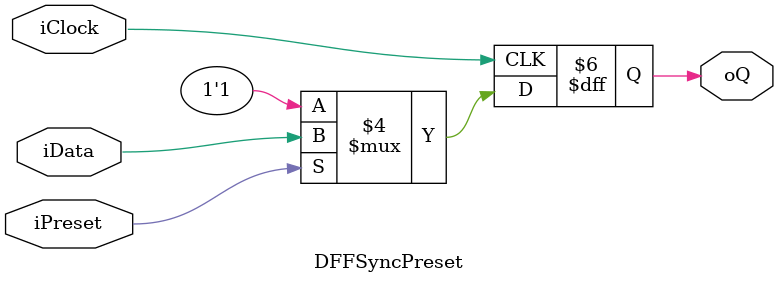
<source format=v>
/******************
	FileName	:	DFFSyncPreset.v
	Author	:	daniel
	Description	:	Example of a rising edge flip-flop width sychronouse preset
	Revision	:	2017/12/20
	Company	:	***********
	code	:	Verilog-2001
************************/
module DFFSyncPreset #(parameter DELAY = 1) (
input 	  iData,iPreset,iClock,
output reg oQ);
always @(posedge iClock)
	if(~iPreset)
		oQ <= #DELAY 1'b1;
	else
		oQ <= #DELAY iData;
endmodule
</source>
